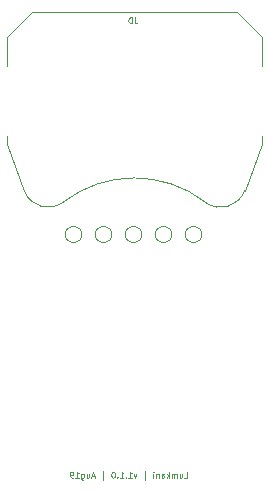
<source format=gbo>
G04 #@! TF.GenerationSoftware,KiCad,Pcbnew,5.0.2-bee76a0~70~ubuntu18.04.1*
G04 #@! TF.CreationDate,2019-08-08T16:15:43+02:00*
G04 #@! TF.ProjectId,Badge (copy),42616467-6520-4286-936f-7079292e6b69,V01*
G04 #@! TF.SameCoordinates,Original*
G04 #@! TF.FileFunction,Legend,Bot*
G04 #@! TF.FilePolarity,Positive*
%FSLAX46Y46*%
G04 Gerber Fmt 4.6, Leading zero omitted, Abs format (unit mm)*
G04 Created by KiCad (PCBNEW 5.0.2-bee76a0~70~ubuntu18.04.1) date Thu 08 Aug 2019 04:15:43 PM SAST*
%MOMM*%
%LPD*%
G01*
G04 APERTURE LIST*
%ADD10C,0.100000*%
%ADD11C,0.120000*%
G04 APERTURE END LIST*
D10*
X111979211Y-67727070D02*
X111979211Y-68084213D01*
X112003020Y-68155641D01*
X112050640Y-68203260D01*
X112122068Y-68227070D01*
X112169687Y-68227070D01*
X111741116Y-68227070D02*
X111741116Y-67727070D01*
X111622068Y-67727070D01*
X111550640Y-67750880D01*
X111503020Y-67798499D01*
X111479211Y-67846118D01*
X111455401Y-67941356D01*
X111455401Y-68012784D01*
X111479211Y-68108022D01*
X111503020Y-68155641D01*
X111550640Y-68203260D01*
X111622068Y-68227070D01*
X111741116Y-68227070D01*
X116158777Y-106697910D02*
X116396872Y-106697910D01*
X116396872Y-106197910D01*
X115777824Y-106364577D02*
X115777824Y-106697910D01*
X115992110Y-106364577D02*
X115992110Y-106626481D01*
X115968300Y-106674100D01*
X115920681Y-106697910D01*
X115849253Y-106697910D01*
X115801634Y-106674100D01*
X115777824Y-106650291D01*
X115539729Y-106697910D02*
X115539729Y-106364577D01*
X115539729Y-106412196D02*
X115515920Y-106388386D01*
X115468300Y-106364577D01*
X115396872Y-106364577D01*
X115349253Y-106388386D01*
X115325443Y-106436005D01*
X115325443Y-106697910D01*
X115325443Y-106436005D02*
X115301634Y-106388386D01*
X115254015Y-106364577D01*
X115182586Y-106364577D01*
X115134967Y-106388386D01*
X115111158Y-106436005D01*
X115111158Y-106697910D01*
X114873062Y-106697910D02*
X114873062Y-106197910D01*
X114825443Y-106507434D02*
X114682586Y-106697910D01*
X114682586Y-106364577D02*
X114873062Y-106555053D01*
X114254015Y-106697910D02*
X114254015Y-106436005D01*
X114277824Y-106388386D01*
X114325443Y-106364577D01*
X114420681Y-106364577D01*
X114468300Y-106388386D01*
X114254015Y-106674100D02*
X114301634Y-106697910D01*
X114420681Y-106697910D01*
X114468300Y-106674100D01*
X114492110Y-106626481D01*
X114492110Y-106578862D01*
X114468300Y-106531243D01*
X114420681Y-106507434D01*
X114301634Y-106507434D01*
X114254015Y-106483624D01*
X114015920Y-106364577D02*
X114015920Y-106697910D01*
X114015920Y-106412196D02*
X113992110Y-106388386D01*
X113944491Y-106364577D01*
X113873062Y-106364577D01*
X113825443Y-106388386D01*
X113801634Y-106436005D01*
X113801634Y-106697910D01*
X113563539Y-106697910D02*
X113563539Y-106364577D01*
X113563539Y-106197910D02*
X113587348Y-106221720D01*
X113563539Y-106245529D01*
X113539729Y-106221720D01*
X113563539Y-106197910D01*
X113563539Y-106245529D01*
X112825443Y-106864577D02*
X112825443Y-106150291D01*
X112134967Y-106364577D02*
X112015920Y-106697910D01*
X111896872Y-106364577D01*
X111444491Y-106697910D02*
X111730205Y-106697910D01*
X111587348Y-106697910D02*
X111587348Y-106197910D01*
X111634967Y-106269339D01*
X111682586Y-106316958D01*
X111730205Y-106340767D01*
X111230205Y-106650291D02*
X111206396Y-106674100D01*
X111230205Y-106697910D01*
X111254015Y-106674100D01*
X111230205Y-106650291D01*
X111230205Y-106697910D01*
X110730205Y-106697910D02*
X111015920Y-106697910D01*
X110873062Y-106697910D02*
X110873062Y-106197910D01*
X110920681Y-106269339D01*
X110968300Y-106316958D01*
X111015920Y-106340767D01*
X110515920Y-106650291D02*
X110492110Y-106674100D01*
X110515920Y-106697910D01*
X110539729Y-106674100D01*
X110515920Y-106650291D01*
X110515920Y-106697910D01*
X110182586Y-106197910D02*
X110134967Y-106197910D01*
X110087348Y-106221720D01*
X110063539Y-106245529D01*
X110039729Y-106293148D01*
X110015920Y-106388386D01*
X110015920Y-106507434D01*
X110039729Y-106602672D01*
X110063539Y-106650291D01*
X110087348Y-106674100D01*
X110134967Y-106697910D01*
X110182586Y-106697910D01*
X110230205Y-106674100D01*
X110254015Y-106650291D01*
X110277824Y-106602672D01*
X110301634Y-106507434D01*
X110301634Y-106388386D01*
X110277824Y-106293148D01*
X110254015Y-106245529D01*
X110230205Y-106221720D01*
X110182586Y-106197910D01*
X109301634Y-106864577D02*
X109301634Y-106150291D01*
X108587348Y-106555053D02*
X108349253Y-106555053D01*
X108634967Y-106697910D02*
X108468300Y-106197910D01*
X108301634Y-106697910D01*
X107920681Y-106364577D02*
X107920681Y-106697910D01*
X108134967Y-106364577D02*
X108134967Y-106626481D01*
X108111158Y-106674100D01*
X108063539Y-106697910D01*
X107992110Y-106697910D01*
X107944491Y-106674100D01*
X107920681Y-106650291D01*
X107468300Y-106364577D02*
X107468300Y-106769339D01*
X107492110Y-106816958D01*
X107515920Y-106840767D01*
X107563539Y-106864577D01*
X107634967Y-106864577D01*
X107682586Y-106840767D01*
X107468300Y-106674100D02*
X107515920Y-106697910D01*
X107611158Y-106697910D01*
X107658777Y-106674100D01*
X107682586Y-106650291D01*
X107706396Y-106602672D01*
X107706396Y-106459815D01*
X107682586Y-106412196D01*
X107658777Y-106388386D01*
X107611158Y-106364577D01*
X107515920Y-106364577D01*
X107468300Y-106388386D01*
X106968300Y-106697910D02*
X107254015Y-106697910D01*
X107111158Y-106697910D02*
X107111158Y-106197910D01*
X107158777Y-106269339D01*
X107206396Y-106316958D01*
X107254015Y-106340767D01*
X106730205Y-106697910D02*
X106634967Y-106697910D01*
X106587348Y-106674100D01*
X106563539Y-106650291D01*
X106515920Y-106578862D01*
X106492110Y-106483624D01*
X106492110Y-106293148D01*
X106515920Y-106245529D01*
X106539729Y-106221720D01*
X106587348Y-106197910D01*
X106682586Y-106197910D01*
X106730205Y-106221720D01*
X106754015Y-106245529D01*
X106777824Y-106293148D01*
X106777824Y-106412196D01*
X106754015Y-106459815D01*
X106730205Y-106483624D01*
X106682586Y-106507434D01*
X106587348Y-106507434D01*
X106539729Y-106483624D01*
X106515920Y-106459815D01*
X106492110Y-106412196D01*
G04 #@! TO.C,BT1*
X117955601Y-83356536D02*
G75*
G03X105951000Y-83353000I-6004601J-7806464D01*
G01*
X117954354Y-83369530D02*
G75*
G03X121291000Y-82383000I1306646J1716530D01*
G01*
X122731000Y-78433000D02*
X121291000Y-82383000D01*
X120651000Y-67263000D02*
X122731000Y-69343000D01*
X103251000Y-67263000D02*
X120651000Y-67263000D01*
X103251000Y-67263000D02*
X101171000Y-69343000D01*
X101171000Y-78433000D02*
X102611000Y-82383000D01*
X102625756Y-82391169D02*
G75*
G03X105951000Y-83353000I2015244J738169D01*
G01*
X122731000Y-69343000D02*
X122731000Y-71803000D01*
X122731000Y-77803000D02*
X122731000Y-78433000D01*
X101171000Y-69343000D02*
X101171000Y-71803000D01*
X101171000Y-77803000D02*
X101171000Y-78433000D01*
D11*
G04 #@! TO.C,TP1*
X107507000Y-86106000D02*
G75*
G03X107507000Y-86106000I-700000J0D01*
G01*
G04 #@! TO.C,TP2*
X117667000Y-86106000D02*
G75*
G03X117667000Y-86106000I-700000J0D01*
G01*
G04 #@! TO.C,TP3*
X115127000Y-86106000D02*
G75*
G03X115127000Y-86106000I-700000J0D01*
G01*
G04 #@! TO.C,TP4*
X110047000Y-86106000D02*
G75*
G03X110047000Y-86106000I-700000J0D01*
G01*
G04 #@! TO.C,TP5*
X112587000Y-86106000D02*
G75*
G03X112587000Y-86106000I-700000J0D01*
G01*
G04 #@! TD*
M02*

</source>
